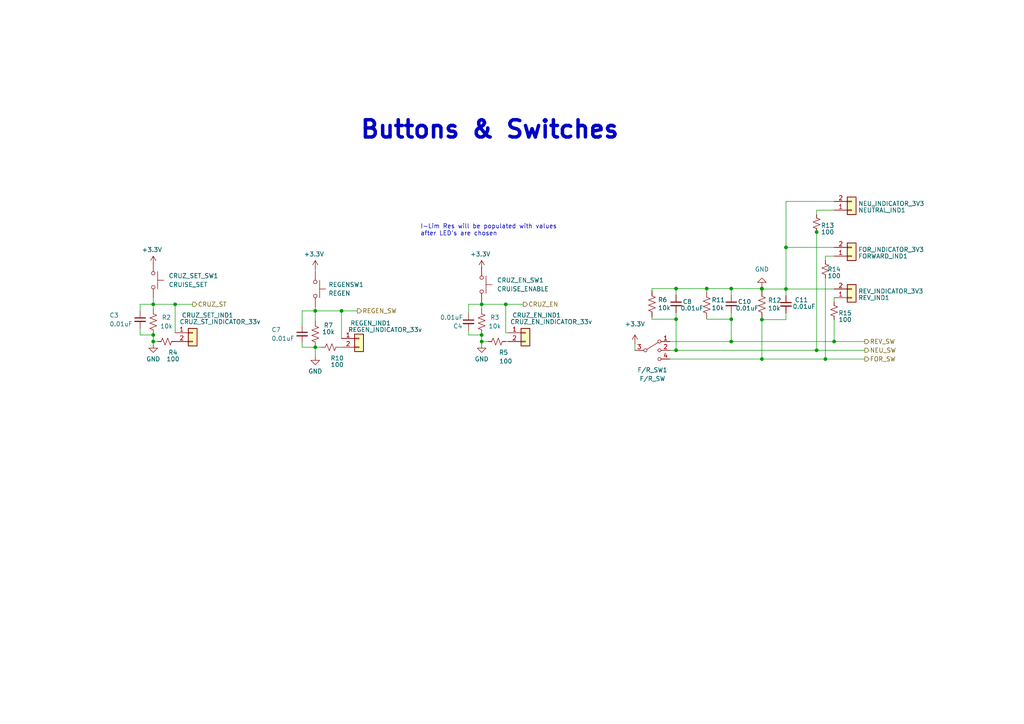
<source format=kicad_sch>
(kicad_sch (version 20230121) (generator eeschema)

  (uuid 82c9f571-c3c4-4742-b982-8dc9b142c5fd)

  (paper "A4")

  (lib_symbols
    (symbol "Connector_Generic:Conn_01x02" (pin_names (offset 1.016) hide) (in_bom yes) (on_board yes)
      (property "Reference" "J" (at 0 2.54 0)
        (effects (font (size 1.27 1.27)))
      )
      (property "Value" "Conn_01x02" (at 0 -5.08 0)
        (effects (font (size 1.27 1.27)))
      )
      (property "Footprint" "" (at 0 0 0)
        (effects (font (size 1.27 1.27)) hide)
      )
      (property "Datasheet" "~" (at 0 0 0)
        (effects (font (size 1.27 1.27)) hide)
      )
      (property "ki_keywords" "connector" (at 0 0 0)
        (effects (font (size 1.27 1.27)) hide)
      )
      (property "ki_description" "Generic connector, single row, 01x02, script generated (kicad-library-utils/schlib/autogen/connector/)" (at 0 0 0)
        (effects (font (size 1.27 1.27)) hide)
      )
      (property "ki_fp_filters" "Connector*:*_1x??_*" (at 0 0 0)
        (effects (font (size 1.27 1.27)) hide)
      )
      (symbol "Conn_01x02_1_1"
        (rectangle (start -1.27 -2.413) (end 0 -2.667)
          (stroke (width 0.1524) (type default))
          (fill (type none))
        )
        (rectangle (start -1.27 0.127) (end 0 -0.127)
          (stroke (width 0.1524) (type default))
          (fill (type none))
        )
        (rectangle (start -1.27 1.27) (end 1.27 -3.81)
          (stroke (width 0.254) (type default))
          (fill (type background))
        )
        (pin passive line (at -5.08 0 0) (length 3.81)
          (name "Pin_1" (effects (font (size 1.27 1.27))))
          (number "1" (effects (font (size 1.27 1.27))))
        )
        (pin passive line (at -5.08 -2.54 0) (length 3.81)
          (name "Pin_2" (effects (font (size 1.27 1.27))))
          (number "2" (effects (font (size 1.27 1.27))))
        )
      )
    )
    (symbol "Device:C_Small" (pin_numbers hide) (pin_names (offset 0.254) hide) (in_bom yes) (on_board yes)
      (property "Reference" "C" (at 0.254 1.778 0)
        (effects (font (size 1.27 1.27)) (justify left))
      )
      (property "Value" "C_Small" (at 0.254 -2.032 0)
        (effects (font (size 1.27 1.27)) (justify left))
      )
      (property "Footprint" "" (at 0 0 0)
        (effects (font (size 1.27 1.27)) hide)
      )
      (property "Datasheet" "~" (at 0 0 0)
        (effects (font (size 1.27 1.27)) hide)
      )
      (property "ki_keywords" "capacitor cap" (at 0 0 0)
        (effects (font (size 1.27 1.27)) hide)
      )
      (property "ki_description" "Unpolarized capacitor, small symbol" (at 0 0 0)
        (effects (font (size 1.27 1.27)) hide)
      )
      (property "ki_fp_filters" "C_*" (at 0 0 0)
        (effects (font (size 1.27 1.27)) hide)
      )
      (symbol "C_Small_0_1"
        (polyline
          (pts
            (xy -1.524 -0.508)
            (xy 1.524 -0.508)
          )
          (stroke (width 0.3302) (type default))
          (fill (type none))
        )
        (polyline
          (pts
            (xy -1.524 0.508)
            (xy 1.524 0.508)
          )
          (stroke (width 0.3048) (type default))
          (fill (type none))
        )
      )
      (symbol "C_Small_1_1"
        (pin passive line (at 0 2.54 270) (length 2.032)
          (name "~" (effects (font (size 1.27 1.27))))
          (number "1" (effects (font (size 1.27 1.27))))
        )
        (pin passive line (at 0 -2.54 90) (length 2.032)
          (name "~" (effects (font (size 1.27 1.27))))
          (number "2" (effects (font (size 1.27 1.27))))
        )
      )
    )
    (symbol "Device:R_Small_US" (pin_numbers hide) (pin_names (offset 0.254) hide) (in_bom yes) (on_board yes)
      (property "Reference" "R" (at 0.762 0.508 0)
        (effects (font (size 1.27 1.27)) (justify left))
      )
      (property "Value" "R_Small_US" (at 0.762 -1.016 0)
        (effects (font (size 1.27 1.27)) (justify left))
      )
      (property "Footprint" "" (at 0 0 0)
        (effects (font (size 1.27 1.27)) hide)
      )
      (property "Datasheet" "~" (at 0 0 0)
        (effects (font (size 1.27 1.27)) hide)
      )
      (property "ki_keywords" "r resistor" (at 0 0 0)
        (effects (font (size 1.27 1.27)) hide)
      )
      (property "ki_description" "Resistor, small US symbol" (at 0 0 0)
        (effects (font (size 1.27 1.27)) hide)
      )
      (property "ki_fp_filters" "R_*" (at 0 0 0)
        (effects (font (size 1.27 1.27)) hide)
      )
      (symbol "R_Small_US_1_1"
        (polyline
          (pts
            (xy 0 0)
            (xy 1.016 -0.381)
            (xy 0 -0.762)
            (xy -1.016 -1.143)
            (xy 0 -1.524)
          )
          (stroke (width 0) (type default))
          (fill (type none))
        )
        (polyline
          (pts
            (xy 0 1.524)
            (xy 1.016 1.143)
            (xy 0 0.762)
            (xy -1.016 0.381)
            (xy 0 0)
          )
          (stroke (width 0) (type default))
          (fill (type none))
        )
        (pin passive line (at 0 2.54 270) (length 1.016)
          (name "~" (effects (font (size 1.27 1.27))))
          (number "1" (effects (font (size 1.27 1.27))))
        )
        (pin passive line (at 0 -2.54 90) (length 1.016)
          (name "~" (effects (font (size 1.27 1.27))))
          (number "2" (effects (font (size 1.27 1.27))))
        )
      )
    )
    (symbol "Device:R_US" (pin_numbers hide) (pin_names (offset 0)) (in_bom yes) (on_board yes)
      (property "Reference" "R" (at 2.54 0 90)
        (effects (font (size 1.27 1.27)))
      )
      (property "Value" "R_US" (at -2.54 0 90)
        (effects (font (size 1.27 1.27)))
      )
      (property "Footprint" "" (at 1.016 -0.254 90)
        (effects (font (size 1.27 1.27)) hide)
      )
      (property "Datasheet" "~" (at 0 0 0)
        (effects (font (size 1.27 1.27)) hide)
      )
      (property "ki_keywords" "R res resistor" (at 0 0 0)
        (effects (font (size 1.27 1.27)) hide)
      )
      (property "ki_description" "Resistor, US symbol" (at 0 0 0)
        (effects (font (size 1.27 1.27)) hide)
      )
      (property "ki_fp_filters" "R_*" (at 0 0 0)
        (effects (font (size 1.27 1.27)) hide)
      )
      (symbol "R_US_0_1"
        (polyline
          (pts
            (xy 0 -2.286)
            (xy 0 -2.54)
          )
          (stroke (width 0) (type default))
          (fill (type none))
        )
        (polyline
          (pts
            (xy 0 2.286)
            (xy 0 2.54)
          )
          (stroke (width 0) (type default))
          (fill (type none))
        )
        (polyline
          (pts
            (xy 0 -0.762)
            (xy 1.016 -1.143)
            (xy 0 -1.524)
            (xy -1.016 -1.905)
            (xy 0 -2.286)
          )
          (stroke (width 0) (type default))
          (fill (type none))
        )
        (polyline
          (pts
            (xy 0 0.762)
            (xy 1.016 0.381)
            (xy 0 0)
            (xy -1.016 -0.381)
            (xy 0 -0.762)
          )
          (stroke (width 0) (type default))
          (fill (type none))
        )
        (polyline
          (pts
            (xy 0 2.286)
            (xy 1.016 1.905)
            (xy 0 1.524)
            (xy -1.016 1.143)
            (xy 0 0.762)
          )
          (stroke (width 0) (type default))
          (fill (type none))
        )
      )
      (symbol "R_US_1_1"
        (pin passive line (at 0 3.81 270) (length 1.27)
          (name "~" (effects (font (size 1.27 1.27))))
          (number "1" (effects (font (size 1.27 1.27))))
        )
        (pin passive line (at 0 -3.81 90) (length 1.27)
          (name "~" (effects (font (size 1.27 1.27))))
          (number "2" (effects (font (size 1.27 1.27))))
        )
      )
    )
    (symbol "Switch:SW_Push" (pin_numbers hide) (pin_names (offset 1.016) hide) (in_bom yes) (on_board yes)
      (property "Reference" "SW" (at 1.27 2.54 0)
        (effects (font (size 1.27 1.27)) (justify left))
      )
      (property "Value" "SW_Push" (at 0 -1.524 0)
        (effects (font (size 1.27 1.27)))
      )
      (property "Footprint" "" (at 0 5.08 0)
        (effects (font (size 1.27 1.27)) hide)
      )
      (property "Datasheet" "~" (at 0 5.08 0)
        (effects (font (size 1.27 1.27)) hide)
      )
      (property "ki_keywords" "switch normally-open pushbutton push-button" (at 0 0 0)
        (effects (font (size 1.27 1.27)) hide)
      )
      (property "ki_description" "Push button switch, generic, two pins" (at 0 0 0)
        (effects (font (size 1.27 1.27)) hide)
      )
      (symbol "SW_Push_0_1"
        (circle (center -2.032 0) (radius 0.508)
          (stroke (width 0) (type default))
          (fill (type none))
        )
        (polyline
          (pts
            (xy 0 1.27)
            (xy 0 3.048)
          )
          (stroke (width 0) (type default))
          (fill (type none))
        )
        (polyline
          (pts
            (xy 2.54 1.27)
            (xy -2.54 1.27)
          )
          (stroke (width 0) (type default))
          (fill (type none))
        )
        (circle (center 2.032 0) (radius 0.508)
          (stroke (width 0) (type default))
          (fill (type none))
        )
        (pin passive line (at -5.08 0 0) (length 2.54)
          (name "1" (effects (font (size 1.27 1.27))))
          (number "1" (effects (font (size 1.27 1.27))))
        )
        (pin passive line (at 5.08 0 180) (length 2.54)
          (name "2" (effects (font (size 1.27 1.27))))
          (number "2" (effects (font (size 1.27 1.27))))
        )
      )
    )
    (symbol "Switch:SW_SP3T" (pin_names (offset 0) hide) (in_bom yes) (on_board yes)
      (property "Reference" "SW" (at 0 5.08 0)
        (effects (font (size 1.27 1.27)))
      )
      (property "Value" "SW_SP3T" (at 0 -5.08 0)
        (effects (font (size 1.27 1.27)))
      )
      (property "Footprint" "" (at -15.875 4.445 0)
        (effects (font (size 1.27 1.27)) hide)
      )
      (property "Datasheet" "~" (at -15.875 4.445 0)
        (effects (font (size 1.27 1.27)) hide)
      )
      (property "ki_keywords" "switch sp3t ON-ON-ON" (at 0 0 0)
        (effects (font (size 1.27 1.27)) hide)
      )
      (property "ki_description" "Switch, three position, single pole triple throw, 3 position switch, SP3T" (at 0 0 0)
        (effects (font (size 1.27 1.27)) hide)
      )
      (property "ki_fp_filters" "SW* SP3T*" (at 0 0 0)
        (effects (font (size 1.27 1.27)) hide)
      )
      (symbol "SW_SP3T_0_1"
        (circle (center -2.032 0) (radius 0.4572)
          (stroke (width 0) (type default))
          (fill (type none))
        )
        (polyline
          (pts
            (xy -1.651 0.254)
            (xy 1.651 2.286)
          )
          (stroke (width 0) (type default))
          (fill (type none))
        )
        (circle (center 2.032 -2.54) (radius 0.4572)
          (stroke (width 0) (type default))
          (fill (type none))
        )
        (circle (center 2.032 0) (radius 0.4572)
          (stroke (width 0) (type default))
          (fill (type none))
        )
        (circle (center 2.032 2.54) (radius 0.4572)
          (stroke (width 0) (type default))
          (fill (type none))
        )
      )
      (symbol "SW_SP3T_1_1"
        (pin passive line (at 5.08 2.54 180) (length 2.54)
          (name "1" (effects (font (size 1.27 1.27))))
          (number "1" (effects (font (size 1.27 1.27))))
        )
        (pin passive line (at 5.08 0 180) (length 2.54)
          (name "2" (effects (font (size 1.27 1.27))))
          (number "2" (effects (font (size 1.27 1.27))))
        )
        (pin passive line (at -5.08 0 0) (length 2.54)
          (name "3" (effects (font (size 1.27 1.27))))
          (number "3" (effects (font (size 1.27 1.27))))
        )
        (pin passive line (at 5.08 -2.54 180) (length 2.54)
          (name "4" (effects (font (size 1.27 1.27))))
          (number "4" (effects (font (size 1.27 1.27))))
        )
      )
    )
    (symbol "power:+3.3V" (power) (pin_names (offset 0)) (in_bom yes) (on_board yes)
      (property "Reference" "#PWR" (at 0 -3.81 0)
        (effects (font (size 1.27 1.27)) hide)
      )
      (property "Value" "+3.3V" (at 0 3.556 0)
        (effects (font (size 1.27 1.27)))
      )
      (property "Footprint" "" (at 0 0 0)
        (effects (font (size 1.27 1.27)) hide)
      )
      (property "Datasheet" "" (at 0 0 0)
        (effects (font (size 1.27 1.27)) hide)
      )
      (property "ki_keywords" "power-flag" (at 0 0 0)
        (effects (font (size 1.27 1.27)) hide)
      )
      (property "ki_description" "Power symbol creates a global label with name \"+3.3V\"" (at 0 0 0)
        (effects (font (size 1.27 1.27)) hide)
      )
      (symbol "+3.3V_0_1"
        (polyline
          (pts
            (xy -0.762 1.27)
            (xy 0 2.54)
          )
          (stroke (width 0) (type default))
          (fill (type none))
        )
        (polyline
          (pts
            (xy 0 0)
            (xy 0 2.54)
          )
          (stroke (width 0) (type default))
          (fill (type none))
        )
        (polyline
          (pts
            (xy 0 2.54)
            (xy 0.762 1.27)
          )
          (stroke (width 0) (type default))
          (fill (type none))
        )
      )
      (symbol "+3.3V_1_1"
        (pin power_in line (at 0 0 90) (length 0) hide
          (name "+3.3V" (effects (font (size 1.27 1.27))))
          (number "1" (effects (font (size 1.27 1.27))))
        )
      )
    )
    (symbol "power:GND" (power) (pin_names (offset 0)) (in_bom yes) (on_board yes)
      (property "Reference" "#PWR" (at 0 -6.35 0)
        (effects (font (size 1.27 1.27)) hide)
      )
      (property "Value" "GND" (at 0 -3.81 0)
        (effects (font (size 1.27 1.27)))
      )
      (property "Footprint" "" (at 0 0 0)
        (effects (font (size 1.27 1.27)) hide)
      )
      (property "Datasheet" "" (at 0 0 0)
        (effects (font (size 1.27 1.27)) hide)
      )
      (property "ki_keywords" "power-flag" (at 0 0 0)
        (effects (font (size 1.27 1.27)) hide)
      )
      (property "ki_description" "Power symbol creates a global label with name \"GND\" , ground" (at 0 0 0)
        (effects (font (size 1.27 1.27)) hide)
      )
      (symbol "GND_0_1"
        (polyline
          (pts
            (xy 0 0)
            (xy 0 -1.27)
            (xy 1.27 -1.27)
            (xy 0 -2.54)
            (xy -1.27 -1.27)
            (xy 0 -1.27)
          )
          (stroke (width 0) (type default))
          (fill (type none))
        )
      )
      (symbol "GND_1_1"
        (pin power_in line (at 0 0 270) (length 0) hide
          (name "GND" (effects (font (size 1.27 1.27))))
          (number "1" (effects (font (size 1.27 1.27))))
        )
      )
    )
  )

  (junction (at 220.98 92.71) (diameter 0) (color 0 0 0 0)
    (uuid 0803ecff-cccd-4051-84d9-a1beaa000404)
  )
  (junction (at 239.395 104.14) (diameter 0) (color 0 0 0 0)
    (uuid 1ba19d58-7a53-4e59-8e83-01a97af848bb)
  )
  (junction (at 196.088 101.6) (diameter 0) (color 0 0 0 0)
    (uuid 22c40a9b-73a1-44e4-b359-e5685a814844)
  )
  (junction (at 212.09 92.583) (diameter 0) (color 0 0 0 0)
    (uuid 235657a0-35c1-4f54-bd69-4bf1cfe93aa9)
  )
  (junction (at 91.44 90.17) (diameter 0) (color 0 0 0 0)
    (uuid 31120289-3572-4e34-8f23-ee574a846411)
  )
  (junction (at 139.7 99.06) (diameter 0) (color 0 0 0 0)
    (uuid 32091c69-0d59-491b-88a9-61e805f4d246)
  )
  (junction (at 227.965 71.755) (diameter 0) (color 0 0 0 0)
    (uuid 3d07fd94-53f8-49ed-98ee-aac4a4962aa7)
  )
  (junction (at 227.965 83.82) (diameter 0) (color 0 0 0 0)
    (uuid 3f2601a3-5fc0-4c2c-8442-80c5f23141d7)
  )
  (junction (at 241.935 99.06) (diameter 0) (color 0 0 0 0)
    (uuid 4d2a7c9d-5b2c-4fdb-9d17-17d416c2f903)
  )
  (junction (at 236.855 101.6) (diameter 0) (color 0 0 0 0)
    (uuid 5e1b903a-19e3-48e3-bbf7-93d03f4371dd)
  )
  (junction (at 220.98 104.14) (diameter 0) (color 0 0 0 0)
    (uuid 5f28d81e-5186-4877-9c6f-38f4c855696c)
  )
  (junction (at 99.06 90.17) (diameter 0) (color 0 0 0 0)
    (uuid 709b34b0-de0a-44d2-bf62-b0e4b00c2a2d)
  )
  (junction (at 196.088 92.583) (diameter 0) (color 0 0 0 0)
    (uuid 73474ee0-3ac9-43ad-b16c-d06d7713f231)
  )
  (junction (at 212.09 99.06) (diameter 0) (color 0 0 0 0)
    (uuid 7651ca19-e8dd-4ff4-8dd3-abe571fe4d96)
  )
  (junction (at 139.7 97.155) (diameter 0) (color 0 0 0 0)
    (uuid 84dd827a-36f6-41c8-8919-8ecb14e6a6bb)
  )
  (junction (at 91.44 100.711) (diameter 0) (color 0 0 0 0)
    (uuid 86381be0-fb54-4393-971e-e8d659e49525)
  )
  (junction (at 236.855 67.31) (diameter 0) (color 0 0 0 0)
    (uuid 8db83630-502b-457a-9f99-b27d058d8ade)
  )
  (junction (at 44.45 97.155) (diameter 0) (color 0 0 0 0)
    (uuid 93d5b52b-192b-465b-a533-a0ce1eea233c)
  )
  (junction (at 220.98 83.693) (diameter 0) (color 0 0 0 0)
    (uuid 944a51d2-d4c8-4e95-a2b5-837fd5ab74cf)
  )
  (junction (at 220.98 83.82) (diameter 0) (color 0 0 0 0)
    (uuid 944b4750-d893-4779-a73c-8b6388e81012)
  )
  (junction (at 146.685 88.265) (diameter 0) (color 0 0 0 0)
    (uuid 9541d67e-e4db-4ae9-9ba1-d895d625184a)
  )
  (junction (at 139.7 88.265) (diameter 0) (color 0 0 0 0)
    (uuid 97ca5364-5ec0-4b30-9986-517e594d6325)
  )
  (junction (at 196.088 83.693) (diameter 0) (color 0 0 0 0)
    (uuid 983a34d8-267a-4d69-be9b-6cc8e108d5f3)
  )
  (junction (at 44.45 99.06) (diameter 0) (color 0 0 0 0)
    (uuid 986561f2-e796-4d61-bd9c-3dc7e3904eb7)
  )
  (junction (at 50.8 88.265) (diameter 0) (color 0 0 0 0)
    (uuid a152fda6-b6aa-4044-b151-b48dc5d4520d)
  )
  (junction (at 212.09 83.693) (diameter 0) (color 0 0 0 0)
    (uuid abcfba38-ba55-4ae9-8bf8-0e2e95861e78)
  )
  (junction (at 44.45 88.265) (diameter 0) (color 0 0 0 0)
    (uuid b84bb004-7666-46cd-9e28-eae4b0fd1865)
  )
  (junction (at 204.978 83.693) (diameter 0) (color 0 0 0 0)
    (uuid be5f63ce-26ad-408b-b5d6-8bb3aeaf5fc3)
  )

  (wire (pts (xy 44.45 89.535) (xy 44.45 88.265))
    (stroke (width 0) (type default))
    (uuid 041c299c-b45a-4cc0-9d34-812f0a127612)
  )
  (wire (pts (xy 196.088 90.678) (xy 196.088 92.583))
    (stroke (width 0) (type default))
    (uuid 045c6877-239a-4b2a-8845-087e25a98318)
  )
  (wire (pts (xy 194.31 99.06) (xy 212.09 99.06))
    (stroke (width 0) (type default))
    (uuid 04959776-b16d-4243-b8c9-f9d33e81e8c6)
  )
  (wire (pts (xy 220.98 83.82) (xy 220.98 84.455))
    (stroke (width 0) (type default))
    (uuid 06b5e964-a2db-4d6c-8eb5-4a8a44d65339)
  )
  (wire (pts (xy 87.63 90.17) (xy 87.63 94.361))
    (stroke (width 0) (type default))
    (uuid 0738130c-9957-49be-9244-8f0f352de0d4)
  )
  (wire (pts (xy 135.89 88.265) (xy 139.7 88.265))
    (stroke (width 0) (type default))
    (uuid 0871ce94-59a1-400d-b71f-e06adea5c4ba)
  )
  (wire (pts (xy 40.64 95.25) (xy 40.64 97.155))
    (stroke (width 0) (type default))
    (uuid 0904cc8d-bb43-455f-856c-58512c11a759)
  )
  (wire (pts (xy 196.088 101.6) (xy 236.855 101.6))
    (stroke (width 0) (type default))
    (uuid 09897a4b-789c-45dd-a354-d5120f252669)
  )
  (wire (pts (xy 44.45 88.265) (xy 50.8 88.265))
    (stroke (width 0) (type default))
    (uuid 0da3b172-29d3-4383-82df-2e1dea8f18b6)
  )
  (wire (pts (xy 99.06 90.17) (xy 99.06 98.171))
    (stroke (width 0) (type default))
    (uuid 0e914e2a-04f5-466d-b9b9-9abf8c1ab6e1)
  )
  (wire (pts (xy 87.63 100.711) (xy 91.44 100.711))
    (stroke (width 0) (type default))
    (uuid 1345c465-ce01-4858-8320-57f754a745d4)
  )
  (wire (pts (xy 146.685 99.06) (xy 147.32 99.06))
    (stroke (width 0) (type default))
    (uuid 139d87b2-b225-4b61-8d31-c26ab671a622)
  )
  (wire (pts (xy 139.7 99.06) (xy 139.7 97.155))
    (stroke (width 0) (type default))
    (uuid 189d706f-a084-4fd4-9a04-864167e0228f)
  )
  (wire (pts (xy 212.09 90.678) (xy 212.09 92.583))
    (stroke (width 0) (type default))
    (uuid 25b2f8c7-7def-431d-a8a4-640b772ed373)
  )
  (wire (pts (xy 227.965 58.42) (xy 227.965 71.755))
    (stroke (width 0) (type default))
    (uuid 28274e1b-ea4c-40a5-a2e2-3506464fe7a4)
  )
  (wire (pts (xy 139.7 99.695) (xy 139.7 99.06))
    (stroke (width 0) (type default))
    (uuid 2ce20044-ff07-4c8a-bf9c-ab91229575a1)
  )
  (wire (pts (xy 44.45 76.2) (xy 44.45 76.835))
    (stroke (width 0) (type default))
    (uuid 2d932c74-ccfc-427c-b1a0-aa4192b55472)
  )
  (wire (pts (xy 196.088 92.583) (xy 196.088 101.6))
    (stroke (width 0) (type default))
    (uuid 2f1b3525-8bb2-4bae-b1d4-91f1c8f3fef8)
  )
  (wire (pts (xy 239.395 74.295) (xy 239.395 75.565))
    (stroke (width 0) (type default))
    (uuid 3165b8b7-315a-4fbc-b75d-0f289ff2ce17)
  )
  (wire (pts (xy 227.965 71.755) (xy 241.935 71.755))
    (stroke (width 0) (type default))
    (uuid 33868d70-fd32-4ab9-993f-b009c2267c70)
  )
  (wire (pts (xy 204.978 83.693) (xy 212.09 83.693))
    (stroke (width 0) (type default))
    (uuid 41ebdbf0-1c95-4fdb-931c-cf37a0df2632)
  )
  (wire (pts (xy 146.685 88.265) (xy 146.685 96.52))
    (stroke (width 0) (type default))
    (uuid 44c55d1a-9e70-41a8-8b54-7a4c1754d8b4)
  )
  (wire (pts (xy 189.103 83.693) (xy 196.088 83.693))
    (stroke (width 0) (type default))
    (uuid 482f8903-4c4f-4ada-b6f2-dc5ceb1e74b2)
  )
  (wire (pts (xy 220.98 92.71) (xy 220.98 104.14))
    (stroke (width 0) (type default))
    (uuid 4865e21b-80e4-4c24-af91-eddcea931374)
  )
  (wire (pts (xy 220.98 104.14) (xy 239.395 104.14))
    (stroke (width 0) (type default))
    (uuid 4965a1c3-b16d-41e9-b04c-31e2923abb9e)
  )
  (wire (pts (xy 241.935 92.71) (xy 241.935 99.06))
    (stroke (width 0) (type default))
    (uuid 536baf61-b325-4350-b8b4-27f9e6a1c93b)
  )
  (wire (pts (xy 220.98 92.71) (xy 227.965 92.71))
    (stroke (width 0) (type default))
    (uuid 5431cc88-0f5a-4592-9c5a-9ff50cdfdbc1)
  )
  (wire (pts (xy 220.98 92.075) (xy 220.98 92.71))
    (stroke (width 0) (type default))
    (uuid 57f67473-9379-4cd0-835c-b9edda9c9a40)
  )
  (wire (pts (xy 139.7 99.06) (xy 141.605 99.06))
    (stroke (width 0) (type default))
    (uuid 58cdba6b-decf-47b9-936e-3a45c6502935)
  )
  (wire (pts (xy 227.965 90.805) (xy 227.965 92.71))
    (stroke (width 0) (type default))
    (uuid 594780b6-45cd-4f31-a90b-0052ce28ab5b)
  )
  (wire (pts (xy 99.06 90.17) (xy 103.632 90.17))
    (stroke (width 0) (type default))
    (uuid 5a9aee9d-49a3-46a4-a9a2-ddc271f31983)
  )
  (wire (pts (xy 44.45 99.06) (xy 44.45 99.695))
    (stroke (width 0) (type default))
    (uuid 5d1e1fed-1a61-4c77-ad3a-683d0a66e7bd)
  )
  (wire (pts (xy 45.72 99.06) (xy 44.45 99.06))
    (stroke (width 0) (type default))
    (uuid 5e7531d2-c246-48fa-9f96-3a3b639752e1)
  )
  (wire (pts (xy 194.31 104.14) (xy 220.98 104.14))
    (stroke (width 0) (type default))
    (uuid 60455c10-c7cf-47e2-ac82-0931f8368ce6)
  )
  (wire (pts (xy 212.09 99.06) (xy 241.935 99.06))
    (stroke (width 0) (type default))
    (uuid 60dff9f8-23b3-405b-b85c-dc5a634005eb)
  )
  (wire (pts (xy 44.45 97.155) (xy 44.45 99.06))
    (stroke (width 0) (type default))
    (uuid 645d8245-f5cc-4b76-9484-bdce3f49e74d)
  )
  (wire (pts (xy 227.965 83.82) (xy 241.935 83.82))
    (stroke (width 0) (type default))
    (uuid 64b770a7-49ff-449e-8ce0-cc325fdd0410)
  )
  (wire (pts (xy 212.09 83.693) (xy 220.98 83.693))
    (stroke (width 0) (type default))
    (uuid 65fb1cc0-860f-4078-9a46-259cba012b92)
  )
  (wire (pts (xy 87.63 99.441) (xy 87.63 100.711))
    (stroke (width 0) (type default))
    (uuid 68263374-5f96-4db5-87be-f0e955dbf91c)
  )
  (wire (pts (xy 236.855 60.96) (xy 236.855 62.23))
    (stroke (width 0) (type default))
    (uuid 685e1880-6191-471b-8628-3458e43014b7)
  )
  (wire (pts (xy 146.685 88.265) (xy 151.765 88.265))
    (stroke (width 0) (type default))
    (uuid 72b174b0-4d79-444a-902b-84eee4a303d6)
  )
  (wire (pts (xy 212.09 92.583) (xy 212.09 99.06))
    (stroke (width 0) (type default))
    (uuid 72f6036c-7e62-4367-8b13-4381b91f0397)
  )
  (wire (pts (xy 196.088 83.693) (xy 204.978 83.693))
    (stroke (width 0) (type default))
    (uuid 746ab135-ccb7-46a4-a95a-1df4577a33b4)
  )
  (wire (pts (xy 220.98 83.693) (xy 220.98 83.82))
    (stroke (width 0) (type default))
    (uuid 757fa668-39ae-4be7-9353-bbc8ea075987)
  )
  (wire (pts (xy 204.978 92.329) (xy 204.978 92.583))
    (stroke (width 0) (type default))
    (uuid 7b967637-89a0-4f73-8624-1926cf611cf7)
  )
  (wire (pts (xy 204.978 92.583) (xy 212.09 92.583))
    (stroke (width 0) (type default))
    (uuid 7d917eea-0c7b-4857-a543-dc631ab062db)
  )
  (wire (pts (xy 236.855 67.31) (xy 236.855 101.6))
    (stroke (width 0) (type default))
    (uuid 7f0c06a5-a2ed-427c-bdf7-1429e7bbd8b0)
  )
  (wire (pts (xy 40.64 88.265) (xy 44.45 88.265))
    (stroke (width 0) (type default))
    (uuid 84c7ca1b-9ae8-4709-a163-c1dba8074008)
  )
  (wire (pts (xy 135.89 95.885) (xy 135.89 97.155))
    (stroke (width 0) (type default))
    (uuid 87cd32d1-8186-4631-8d47-a37c8b42ec42)
  )
  (wire (pts (xy 189.103 91.948) (xy 189.103 92.583))
    (stroke (width 0) (type default))
    (uuid 8c625421-082f-4c61-a6f0-819216303851)
  )
  (wire (pts (xy 239.395 104.14) (xy 250.825 104.14))
    (stroke (width 0) (type default))
    (uuid 8c9093ae-2401-4920-92d1-cf87f2a29317)
  )
  (wire (pts (xy 44.45 88.265) (xy 44.45 86.36))
    (stroke (width 0) (type default))
    (uuid 92713b08-91ec-4a07-b213-c3edff99e084)
  )
  (wire (pts (xy 241.935 58.42) (xy 227.965 58.42))
    (stroke (width 0) (type default))
    (uuid 92f95096-ae63-42eb-a3ab-80eb7778e4fb)
  )
  (wire (pts (xy 227.965 71.755) (xy 227.965 83.82))
    (stroke (width 0) (type default))
    (uuid 92fa13c7-d01e-4a4e-945f-32c62b6b0675)
  )
  (wire (pts (xy 50.8 88.265) (xy 50.8 96.52))
    (stroke (width 0) (type default))
    (uuid 954a3bb1-bf78-49c9-a84d-4b60de84216c)
  )
  (wire (pts (xy 139.7 89.535) (xy 139.7 88.265))
    (stroke (width 0) (type default))
    (uuid 95e27e18-cb91-44da-a35c-d8bb34483e32)
  )
  (wire (pts (xy 146.685 96.52) (xy 147.32 96.52))
    (stroke (width 0) (type default))
    (uuid 9642cdd9-400f-4d14-a65c-7322d93e280d)
  )
  (wire (pts (xy 196.088 83.693) (xy 196.088 85.598))
    (stroke (width 0) (type default))
    (uuid 96c6185f-11ae-477f-8faa-751f7a196184)
  )
  (wire (pts (xy 139.7 88.265) (xy 146.685 88.265))
    (stroke (width 0) (type default))
    (uuid 9738c334-4f6b-48e6-904a-43682cc3cd32)
  )
  (wire (pts (xy 91.44 78.74) (xy 91.44 78.105))
    (stroke (width 0) (type default))
    (uuid 9a9a05a5-cd35-42fc-98b4-2d797e7079a3)
  )
  (wire (pts (xy 220.98 83.82) (xy 227.965 83.82))
    (stroke (width 0) (type default))
    (uuid 9db523cb-05b6-4cb8-b501-8574a031aa4d)
  )
  (wire (pts (xy 40.64 97.155) (xy 44.45 97.155))
    (stroke (width 0) (type default))
    (uuid 9e7fbaa3-d836-4b41-a37a-32a96ed9d7ba)
  )
  (wire (pts (xy 236.855 101.6) (xy 250.825 101.6))
    (stroke (width 0) (type default))
    (uuid a104feb9-e5d1-4868-a64e-c60bee18da78)
  )
  (wire (pts (xy 239.395 80.645) (xy 239.395 104.14))
    (stroke (width 0) (type default))
    (uuid a353632e-3f62-4c33-b279-d38076622897)
  )
  (wire (pts (xy 241.935 74.295) (xy 239.395 74.295))
    (stroke (width 0) (type default))
    (uuid a612d950-8193-4940-90a3-eaa815f7ba7b)
  )
  (wire (pts (xy 91.44 90.17) (xy 91.44 93.091))
    (stroke (width 0) (type default))
    (uuid a6a3ad46-a797-4aa6-ad07-3e6f6b9260ce)
  )
  (wire (pts (xy 241.935 86.36) (xy 241.935 87.63))
    (stroke (width 0) (type default))
    (uuid a72ad796-4460-47b4-8a55-e20b93b19bbc)
  )
  (wire (pts (xy 241.935 60.96) (xy 236.855 60.96))
    (stroke (width 0) (type default))
    (uuid ad94a3f8-47c2-49b4-a455-8a7c15c6bb6f)
  )
  (wire (pts (xy 91.44 88.9) (xy 91.44 90.17))
    (stroke (width 0) (type default))
    (uuid ae2b5bd1-c878-4c1c-ad86-72af5f0b34dd)
  )
  (wire (pts (xy 189.103 92.583) (xy 196.088 92.583))
    (stroke (width 0) (type default))
    (uuid b233cfbf-b39f-4091-8d85-eba6cb7dc1fb)
  )
  (wire (pts (xy 40.64 90.17) (xy 40.64 88.265))
    (stroke (width 0) (type default))
    (uuid b72d90be-2c9b-4088-aee4-d296cde32937)
  )
  (wire (pts (xy 196.088 101.6) (xy 194.31 101.6))
    (stroke (width 0) (type default))
    (uuid bb16ce0c-e0bf-4f1a-92fc-88ae3aa7b886)
  )
  (wire (pts (xy 139.7 77.47) (xy 139.7 78.105))
    (stroke (width 0) (type default))
    (uuid bc7538e3-127d-42ca-9d0f-5e0abebdac31)
  )
  (wire (pts (xy 241.935 99.06) (xy 250.825 99.06))
    (stroke (width 0) (type default))
    (uuid c32fc310-cc96-46d5-8526-d2470db84b95)
  )
  (wire (pts (xy 227.965 83.82) (xy 227.965 85.725))
    (stroke (width 0) (type default))
    (uuid c5ee622b-77d1-409f-bef6-74577caea80e)
  )
  (wire (pts (xy 212.09 83.693) (xy 212.09 85.598))
    (stroke (width 0) (type default))
    (uuid c892b925-ae57-4f5c-9075-8ead50471612)
  )
  (wire (pts (xy 189.103 83.693) (xy 189.103 84.328))
    (stroke (width 0) (type default))
    (uuid cd9c5257-1ecc-440b-ab27-c1ff5eb69231)
  )
  (wire (pts (xy 135.89 97.155) (xy 139.7 97.155))
    (stroke (width 0) (type default))
    (uuid cf9fa64e-b15d-4643-b3df-2168c0652c3f)
  )
  (wire (pts (xy 91.44 100.711) (xy 91.44 103.251))
    (stroke (width 0) (type default))
    (uuid d1a8959c-00b1-4673-b91e-6ee7b362ea7e)
  )
  (wire (pts (xy 139.7 87.63) (xy 139.7 88.265))
    (stroke (width 0) (type default))
    (uuid d736097f-835b-4949-840e-989ee9379e9e)
  )
  (wire (pts (xy 98.425 100.711) (xy 99.06 100.711))
    (stroke (width 0) (type default))
    (uuid dd9c257e-d8aa-4251-84e7-712a2c0a0b28)
  )
  (wire (pts (xy 50.8 88.265) (xy 55.88 88.265))
    (stroke (width 0) (type default))
    (uuid e7b1f3d7-d1b9-48f5-9fb9-b80da2c2cd61)
  )
  (wire (pts (xy 184.15 101.6) (xy 184.15 99.695))
    (stroke (width 0) (type default))
    (uuid e800334f-8a78-4095-871c-f7c596393cab)
  )
  (wire (pts (xy 220.98 83.185) (xy 220.98 83.693))
    (stroke (width 0) (type default))
    (uuid ef2daa46-dd25-4885-9009-52966f734114)
  )
  (wire (pts (xy 135.89 88.265) (xy 135.89 90.805))
    (stroke (width 0) (type default))
    (uuid efe1de59-a3f6-4e32-85ba-9387220b1dfc)
  )
  (wire (pts (xy 87.63 90.17) (xy 91.44 90.17))
    (stroke (width 0) (type default))
    (uuid f0f6e7e1-5d14-4230-ac42-295e2d06c416)
  )
  (wire (pts (xy 91.44 90.17) (xy 99.06 90.17))
    (stroke (width 0) (type default))
    (uuid f3e08032-404d-44d2-8502-a726d0a6a68d)
  )
  (wire (pts (xy 204.978 83.693) (xy 204.978 84.709))
    (stroke (width 0) (type default))
    (uuid f6eec0ea-6f0d-441a-ba1b-23f1e061293a)
  )
  (wire (pts (xy 236.855 66.675) (xy 236.855 67.31))
    (stroke (width 0) (type default))
    (uuid fb82d358-e58c-414f-92fc-11c7b149b4ce)
  )
  (wire (pts (xy 91.44 100.711) (xy 93.345 100.711))
    (stroke (width 0) (type default))
    (uuid fc559fcb-219d-40c7-8d10-efb8d9d935f9)
  )

  (text "I-Lim Res will be populated with values\nafter LED's are chosen"
    (at 121.92 68.58 0)
    (effects (font (size 1.27 1.27)) (justify left bottom))
    (uuid 08aaeee2-5d43-4b07-896d-08c555a8dd9c)
  )
  (text "Buttons & Switches" (at 104.14 40.64 0)
    (effects (font (size 5 5) bold) (justify left bottom))
    (uuid 82681764-9b5c-4b4a-98a2-ebe54d2e5570)
  )

  (hierarchical_label "FOR_SW" (shape output) (at 250.825 104.14 0) (fields_autoplaced)
    (effects (font (size 1.27 1.27)) (justify left))
    (uuid 0611e5c2-5c59-48db-8442-681a724e7285)
  )
  (hierarchical_label "CRUZ_ST" (shape output) (at 55.88 88.265 0) (fields_autoplaced)
    (effects (font (size 1.27 1.27)) (justify left))
    (uuid 21deb33b-7588-4b46-bc1f-669275fab45c)
  )
  (hierarchical_label "REGEN_SW" (shape output) (at 103.632 90.17 0) (fields_autoplaced)
    (effects (font (size 1.27 1.27)) (justify left))
    (uuid 3732f6e2-4298-4461-ae74-1e73dde4fcbc)
  )
  (hierarchical_label "NEU_SW" (shape output) (at 250.825 101.6 0) (fields_autoplaced)
    (effects (font (size 1.27 1.27)) (justify left))
    (uuid f065669d-56ba-477d-906e-f1720823e6f7)
  )
  (hierarchical_label "CRUZ_EN" (shape output) (at 151.765 88.265 0) (fields_autoplaced)
    (effects (font (size 1.27 1.27)) (justify left))
    (uuid f49b4371-c1d2-46db-aa2f-655afb44a20f)
  )
  (hierarchical_label "REV_SW" (shape output) (at 250.825 99.06 0) (fields_autoplaced)
    (effects (font (size 1.27 1.27)) (justify left))
    (uuid f9f0bd3b-3296-451a-818b-cb871093e9fe)
  )

  (symbol (lib_id "Connector_Generic:Conn_01x02") (at 247.015 60.96 0) (mirror x) (unit 1)
    (in_bom yes) (on_board yes) (dnp no)
    (uuid 0944fe3c-4b6e-412a-a2e6-3bdd0eca2194)
    (property "Reference" "NEUTRAL_IND1" (at 248.92 60.96 0)
      (effects (font (size 1.27 1.27)) (justify left))
    )
    (property "Value" "NEU_INDICATOR_3V3" (at 248.92 59.055 0)
      (effects (font (size 1.27 1.27)) (justify left))
    )
    (property "Footprint" "Connector_Molex:Molex_Micro-Fit_3.0_43650-0215_1x02_P3.00mm_Vertical" (at 247.015 60.96 0)
      (effects (font (size 1.27 1.27)) hide)
    )
    (property "Datasheet" "https://www.molex.com/content/dam/molex/molex-dot-com/products/automated/en-us/productspecificationpdf/436/43650/PS-43650-001.pdf?inline" (at 247.015 60.96 0)
      (effects (font (size 1.27 1.27)) hide)
    )
    (property "P/N" "43650-0215" (at 247.015 60.96 0)
      (effects (font (size 1.27 1.27)) hide)
    )
    (pin "1" (uuid 777f959d-ac29-4a25-a4f5-15a6028f8aed))
    (pin "2" (uuid e0cdb667-9370-460a-b360-8fb4ff62a031))
    (instances
      (project "Controls-LightingPCB"
        (path "/229b82f0-5048-47d6-8bc8-0bcee42eb4bc"
          (reference "NEUTRAL_IND1") (unit 1)
        )
        (path "/229b82f0-5048-47d6-8bc8-0bcee42eb4bc/707e8be1-7b8e-48bc-ab71-a96c53f6f50a"
          (reference "NEUTRAL_IND1") (unit 1)
        )
      )
    )
  )

  (symbol (lib_id "Device:R_Small_US") (at 95.885 100.711 270) (unit 1)
    (in_bom yes) (on_board yes) (dnp no)
    (uuid 0bb6cb50-50f6-4236-b83a-1be699f91a95)
    (property "Reference" "R10" (at 97.79 103.886 90)
      (effects (font (size 1.27 1.27)))
    )
    (property "Value" "100" (at 97.79 105.791 90)
      (effects (font (size 1.27 1.27)))
    )
    (property "Footprint" "Resistor_SMD:R_0805_2012Metric" (at 95.885 100.711 0)
      (effects (font (size 1.27 1.27)) hide)
    )
    (property "Datasheet" "~" (at 95.885 100.711 0)
      (effects (font (size 1.27 1.27)) hide)
    )
    (property "P/N" "CRCW0805100RFKEAHP" (at 95.885 100.711 90)
      (effects (font (size 1.27 1.27)) hide)
    )
    (pin "1" (uuid 1470b155-ffba-4fda-9908-1164caf3deef))
    (pin "2" (uuid 590b863b-a5e6-4fae-b3cb-7367c5dd75d3))
    (instances
      (project "Controls-LightingPCB"
        (path "/229b82f0-5048-47d6-8bc8-0bcee42eb4bc"
          (reference "R10") (unit 1)
        )
        (path "/229b82f0-5048-47d6-8bc8-0bcee42eb4bc/707e8be1-7b8e-48bc-ab71-a96c53f6f50a"
          (reference "R10") (unit 1)
        )
      )
    )
  )

  (symbol (lib_id "Device:R_Small_US") (at 241.935 90.17 0) (unit 1)
    (in_bom yes) (on_board yes) (dnp no)
    (uuid 0e644c65-708f-40e5-9b3e-0695dc43ce78)
    (property "Reference" "R15" (at 245.11 90.805 0)
      (effects (font (size 1.27 1.27)))
    )
    (property "Value" "100" (at 245.11 92.71 0)
      (effects (font (size 1.27 1.27)))
    )
    (property "Footprint" "Resistor_SMD:R_0805_2012Metric" (at 241.935 90.17 0)
      (effects (font (size 1.27 1.27)) hide)
    )
    (property "Datasheet" "~" (at 241.935 90.17 0)
      (effects (font (size 1.27 1.27)) hide)
    )
    (property "P/N" "CRCW0805100RFKEAHP" (at 241.935 90.17 0)
      (effects (font (size 1.27 1.27)) hide)
    )
    (pin "1" (uuid 3904758c-4ed2-4c7f-b755-1edd7a9e17a3))
    (pin "2" (uuid 044fc543-f837-42d3-ae73-a229bb0c1ac0))
    (instances
      (project "Controls-LightingPCB"
        (path "/229b82f0-5048-47d6-8bc8-0bcee42eb4bc"
          (reference "R15") (unit 1)
        )
        (path "/229b82f0-5048-47d6-8bc8-0bcee42eb4bc/707e8be1-7b8e-48bc-ab71-a96c53f6f50a"
          (reference "R15") (unit 1)
        )
      )
    )
  )

  (symbol (lib_id "Device:C_Small") (at 227.965 88.265 0) (unit 1)
    (in_bom yes) (on_board yes) (dnp no)
    (uuid 0ed69d42-54cc-4728-983f-1fa2d822993c)
    (property "Reference" "C11" (at 230.505 86.995 0)
      (effects (font (size 1.27 1.27)) (justify left))
    )
    (property "Value" "0.01uF" (at 229.87 88.9 0)
      (effects (font (size 1.27 1.27)) (justify left))
    )
    (property "Footprint" "Capacitor_SMD:C_0805_2012Metric" (at 227.965 88.265 0)
      (effects (font (size 1.27 1.27)) hide)
    )
    (property "Datasheet" "~" (at 227.965 88.265 0)
      (effects (font (size 1.27 1.27)) hide)
    )
    (property "P/N" "C0805C103J5RACTU" (at 227.965 88.265 0)
      (effects (font (size 1.27 1.27)) hide)
    )
    (pin "1" (uuid d7b33a3e-9598-4508-8c5a-9d3af15911a4))
    (pin "2" (uuid 95e7a0d1-f483-4c2e-baa1-a0dd851ebfae))
    (instances
      (project "Controls-LightingPCB"
        (path "/229b82f0-5048-47d6-8bc8-0bcee42eb4bc"
          (reference "C11") (unit 1)
        )
        (path "/229b82f0-5048-47d6-8bc8-0bcee42eb4bc/707e8be1-7b8e-48bc-ab71-a96c53f6f50a"
          (reference "C11") (unit 1)
        )
      )
    )
  )

  (symbol (lib_id "Switch:SW_Push") (at 44.45 81.28 270) (unit 1)
    (in_bom yes) (on_board yes) (dnp no) (fields_autoplaced)
    (uuid 153019ed-4601-4121-837f-0c5167b28b79)
    (property "Reference" "CRUZ_SET_SW1" (at 48.895 80.0099 90)
      (effects (font (size 1.27 1.27)) (justify left))
    )
    (property "Value" "CRUISE_SET" (at 48.895 82.5499 90)
      (effects (font (size 1.27 1.27)) (justify left))
    )
    (property "Footprint" "Connector_Molex:Molex_Micro-Fit_3.0_43650-0215_1x02_P3.00mm_Vertical" (at 49.53 81.28 0)
      (effects (font (size 1.27 1.27)) hide)
    )
    (property "Datasheet" "https://www.molex.com/content/dam/molex/molex-dot-com/products/automated/en-us/productspecificationpdf/436/43650/PS-43650-001.pdf?inline" (at 49.53 81.28 0)
      (effects (font (size 1.27 1.27)) hide)
    )
    (property "P/N" "43650-0215" (at 44.45 81.28 90)
      (effects (font (size 1.27 1.27)) hide)
    )
    (pin "1" (uuid 2f480257-2038-46a1-b06f-3e399e57d48e))
    (pin "2" (uuid ba514c61-6923-4fe9-a265-8a0122b73916))
    (instances
      (project "Controls-LightingPCB"
        (path "/229b82f0-5048-47d6-8bc8-0bcee42eb4bc"
          (reference "CRUZ_SET_SW1") (unit 1)
        )
        (path "/229b82f0-5048-47d6-8bc8-0bcee42eb4bc/707e8be1-7b8e-48bc-ab71-a96c53f6f50a"
          (reference "CRUZ_SET_SW1") (unit 1)
        )
      )
    )
  )

  (symbol (lib_id "Device:R_Small_US") (at 144.145 99.06 270) (unit 1)
    (in_bom yes) (on_board yes) (dnp no)
    (uuid 1c976283-77fb-45d8-9766-93ff77b36f29)
    (property "Reference" "R5" (at 146.05 102.235 90)
      (effects (font (size 1.27 1.27)))
    )
    (property "Value" "100" (at 146.685 104.775 90)
      (effects (font (size 1.27 1.27)))
    )
    (property "Footprint" "Resistor_SMD:R_0805_2012Metric" (at 144.145 99.06 0)
      (effects (font (size 1.27 1.27)) hide)
    )
    (property "Datasheet" "~" (at 144.145 99.06 0)
      (effects (font (size 1.27 1.27)) hide)
    )
    (property "P/N" "CRCW0805100RFKEAHP" (at 144.145 99.06 90)
      (effects (font (size 1.27 1.27)) hide)
    )
    (pin "1" (uuid e872c275-ae98-43e5-aaa4-a67534e59af3))
    (pin "2" (uuid 01538050-171a-46c9-a8f0-f5a3b285256c))
    (instances
      (project "Controls-LightingPCB"
        (path "/229b82f0-5048-47d6-8bc8-0bcee42eb4bc"
          (reference "R5") (unit 1)
        )
        (path "/229b82f0-5048-47d6-8bc8-0bcee42eb4bc/707e8be1-7b8e-48bc-ab71-a96c53f6f50a"
          (reference "R5") (unit 1)
        )
      )
    )
  )

  (symbol (lib_id "Device:C_Small") (at 135.89 93.345 0) (unit 1)
    (in_bom yes) (on_board yes) (dnp no)
    (uuid 1d2e68a4-e08e-4547-b9c4-5767a055f7e7)
    (property "Reference" "C4" (at 131.445 94.615 0)
      (effects (font (size 1.27 1.27)) (justify left))
    )
    (property "Value" "0.01uF" (at 127.635 92.075 0)
      (effects (font (size 1.27 1.27)) (justify left))
    )
    (property "Footprint" "Capacitor_SMD:C_0805_2012Metric" (at 135.89 93.345 0)
      (effects (font (size 1.27 1.27)) hide)
    )
    (property "Datasheet" "~" (at 135.89 93.345 0)
      (effects (font (size 1.27 1.27)) hide)
    )
    (property "P/N" "C0805C103J5RACTU" (at 135.89 93.345 0)
      (effects (font (size 1.27 1.27)) hide)
    )
    (pin "1" (uuid 6d3f0fe9-333f-4930-8dac-f656ffec765c))
    (pin "2" (uuid 0b9d922e-f068-4c8c-874e-cf246aea16b2))
    (instances
      (project "Controls-LightingPCB"
        (path "/229b82f0-5048-47d6-8bc8-0bcee42eb4bc"
          (reference "C4") (unit 1)
        )
        (path "/229b82f0-5048-47d6-8bc8-0bcee42eb4bc/707e8be1-7b8e-48bc-ab71-a96c53f6f50a"
          (reference "C4") (unit 1)
        )
      )
    )
  )

  (symbol (lib_id "Device:R_Small_US") (at 236.855 64.77 0) (unit 1)
    (in_bom yes) (on_board yes) (dnp no)
    (uuid 2d19ccf4-95b8-4b56-9e08-c0f5324ed2d0)
    (property "Reference" "R13" (at 240.03 65.405 0)
      (effects (font (size 1.27 1.27)))
    )
    (property "Value" "100" (at 240.03 67.31 0)
      (effects (font (size 1.27 1.27)))
    )
    (property "Footprint" "Resistor_SMD:R_0805_2012Metric" (at 236.855 64.77 0)
      (effects (font (size 1.27 1.27)) hide)
    )
    (property "Datasheet" "~" (at 236.855 64.77 0)
      (effects (font (size 1.27 1.27)) hide)
    )
    (property "P/N" "CRCW0805100RFKEAHP" (at 236.855 64.77 0)
      (effects (font (size 1.27 1.27)) hide)
    )
    (pin "1" (uuid 1ef8c1f4-4e4b-4bbe-91a1-34d03998437c))
    (pin "2" (uuid 34b8ae22-9a9d-4fad-956e-27c79a85cff5))
    (instances
      (project "Controls-LightingPCB"
        (path "/229b82f0-5048-47d6-8bc8-0bcee42eb4bc"
          (reference "R13") (unit 1)
        )
        (path "/229b82f0-5048-47d6-8bc8-0bcee42eb4bc/707e8be1-7b8e-48bc-ab71-a96c53f6f50a"
          (reference "R13") (unit 1)
        )
      )
    )
  )

  (symbol (lib_id "Device:R_US") (at 189.103 88.138 0) (unit 1)
    (in_bom yes) (on_board yes) (dnp no)
    (uuid 303948fd-dfbe-45bf-9938-d499c30b040f)
    (property "Reference" "R6" (at 190.8302 86.9696 0)
      (effects (font (size 1.27 1.27)) (justify left))
    )
    (property "Value" "10k" (at 190.8302 89.281 0)
      (effects (font (size 1.27 1.27)) (justify left))
    )
    (property "Footprint" "Resistor_SMD:R_0805_2012Metric" (at 190.119 88.392 90)
      (effects (font (size 1.27 1.27)) hide)
    )
    (property "Datasheet" "~" (at 189.103 88.138 0)
      (effects (font (size 1.27 1.27)) hide)
    )
    (property "P/N" "CRCW080510K0FKEAC" (at 189.103 88.138 0)
      (effects (font (size 1.27 1.27)) hide)
    )
    (pin "1" (uuid 850beeea-191b-44c9-9fd6-d4a1a36f23d7))
    (pin "2" (uuid d7b54b2a-6f3b-47b9-9434-7d73937046f2))
    (instances
      (project "Controls-LightingPCB"
        (path "/229b82f0-5048-47d6-8bc8-0bcee42eb4bc"
          (reference "R6") (unit 1)
        )
        (path "/229b82f0-5048-47d6-8bc8-0bcee42eb4bc/707e8be1-7b8e-48bc-ab71-a96c53f6f50a"
          (reference "R6") (unit 1)
        )
      )
    )
  )

  (symbol (lib_id "Device:C_Small") (at 87.63 96.901 0) (unit 1)
    (in_bom yes) (on_board yes) (dnp no)
    (uuid 325d942c-a0aa-4f84-af8b-12323d08fee2)
    (property "Reference" "C7" (at 78.74 95.631 0)
      (effects (font (size 1.27 1.27)) (justify left))
    )
    (property "Value" "0.01uF" (at 78.74 98.171 0)
      (effects (font (size 1.27 1.27)) (justify left))
    )
    (property "Footprint" "Capacitor_SMD:C_0805_2012Metric" (at 87.63 96.901 0)
      (effects (font (size 1.27 1.27)) hide)
    )
    (property "Datasheet" "~" (at 87.63 96.901 0)
      (effects (font (size 1.27 1.27)) hide)
    )
    (property "P/N" "C0805C103J5RACTU" (at 87.63 96.901 0)
      (effects (font (size 1.27 1.27)) hide)
    )
    (pin "1" (uuid 5cf01bf1-cbe3-47ba-9687-942db8f02fbc))
    (pin "2" (uuid 79b92e1b-449b-4bd5-9e84-e8c8f481c61a))
    (instances
      (project "Controls-LightingPCB"
        (path "/229b82f0-5048-47d6-8bc8-0bcee42eb4bc"
          (reference "C7") (unit 1)
        )
        (path "/229b82f0-5048-47d6-8bc8-0bcee42eb4bc/707e8be1-7b8e-48bc-ab71-a96c53f6f50a"
          (reference "C7") (unit 1)
        )
      )
    )
  )

  (symbol (lib_id "power:GND") (at 91.44 103.251 0) (unit 1)
    (in_bom yes) (on_board yes) (dnp no) (fields_autoplaced)
    (uuid 3349fc4c-c147-48d7-a63a-d652e3f1a9ee)
    (property "Reference" "#PWR028" (at 91.44 109.601 0)
      (effects (font (size 1.27 1.27)) hide)
    )
    (property "Value" "GND" (at 91.44 107.696 0)
      (effects (font (size 1.27 1.27)))
    )
    (property "Footprint" "" (at 91.44 103.251 0)
      (effects (font (size 1.27 1.27)) hide)
    )
    (property "Datasheet" "" (at 91.44 103.251 0)
      (effects (font (size 1.27 1.27)) hide)
    )
    (pin "1" (uuid d55ecafa-f5a1-491a-923f-270dff8f2239))
    (instances
      (project "Controls-LightingPCB"
        (path "/229b82f0-5048-47d6-8bc8-0bcee42eb4bc"
          (reference "#PWR028") (unit 1)
        )
        (path "/229b82f0-5048-47d6-8bc8-0bcee42eb4bc/707e8be1-7b8e-48bc-ab71-a96c53f6f50a"
          (reference "#PWR026") (unit 1)
        )
      )
    )
  )

  (symbol (lib_id "Switch:SW_Push") (at 139.7 82.55 270) (unit 1)
    (in_bom yes) (on_board yes) (dnp no) (fields_autoplaced)
    (uuid 6b3a9b2e-a37c-4f45-a127-18d23c99d8de)
    (property "Reference" "CRUZ_EN_SW1" (at 144.145 81.2799 90)
      (effects (font (size 1.27 1.27)) (justify left))
    )
    (property "Value" "CRUISE_ENABLE" (at 144.145 83.8199 90)
      (effects (font (size 1.27 1.27)) (justify left))
    )
    (property "Footprint" "Connector_Molex:Molex_Micro-Fit_3.0_43650-0215_1x02_P3.00mm_Vertical" (at 144.78 82.55 0)
      (effects (font (size 1.27 1.27)) hide)
    )
    (property "Datasheet" "https://www.molex.com/content/dam/molex/molex-dot-com/products/automated/en-us/productspecificationpdf/436/43650/PS-43650-001.pdf?inline" (at 144.78 82.55 0)
      (effects (font (size 1.27 1.27)) hide)
    )
    (property "P/N" "43650-0215" (at 139.7 82.55 90)
      (effects (font (size 1.27 1.27)) hide)
    )
    (pin "1" (uuid 8e5e986f-4435-4a4c-82f1-29bc9edbcdae))
    (pin "2" (uuid 93016f46-abde-4af9-b9a4-b37ffaad12f6))
    (instances
      (project "Controls-LightingPCB"
        (path "/229b82f0-5048-47d6-8bc8-0bcee42eb4bc"
          (reference "CRUZ_EN_SW1") (unit 1)
        )
        (path "/229b82f0-5048-47d6-8bc8-0bcee42eb4bc/707e8be1-7b8e-48bc-ab71-a96c53f6f50a"
          (reference "CRUZ_EN_SW1") (unit 1)
        )
      )
    )
  )

  (symbol (lib_id "power:GND") (at 220.98 83.185 180) (unit 1)
    (in_bom yes) (on_board yes) (dnp no) (fields_autoplaced)
    (uuid 6f68539b-2945-4022-a1f2-05ac095ceb17)
    (property "Reference" "#PWR036" (at 220.98 76.835 0)
      (effects (font (size 1.27 1.27)) hide)
    )
    (property "Value" "GND" (at 220.98 78.105 0)
      (effects (font (size 1.27 1.27)))
    )
    (property "Footprint" "" (at 220.98 83.185 0)
      (effects (font (size 1.27 1.27)) hide)
    )
    (property "Datasheet" "" (at 220.98 83.185 0)
      (effects (font (size 1.27 1.27)) hide)
    )
    (pin "1" (uuid ae9b0244-45e8-4401-b533-2fd326406676))
    (instances
      (project "Controls-LightingPCB"
        (path "/229b82f0-5048-47d6-8bc8-0bcee42eb4bc"
          (reference "#PWR036") (unit 1)
        )
        (path "/229b82f0-5048-47d6-8bc8-0bcee42eb4bc/707e8be1-7b8e-48bc-ab71-a96c53f6f50a"
          (reference "#PWR028") (unit 1)
        )
      )
    )
  )

  (symbol (lib_id "power:+3.3V") (at 91.44 78.105 0) (mirror y) (unit 1)
    (in_bom yes) (on_board yes) (dnp no)
    (uuid 782034d2-5d15-40ac-8861-e40e1dbae924)
    (property "Reference" "#PWR024" (at 91.44 81.915 0)
      (effects (font (size 1.27 1.27)) hide)
    )
    (property "Value" "+3.3V" (at 91.059 73.7108 0)
      (effects (font (size 1.27 1.27)))
    )
    (property "Footprint" "" (at 91.44 78.105 0)
      (effects (font (size 1.27 1.27)) hide)
    )
    (property "Datasheet" "" (at 91.44 78.105 0)
      (effects (font (size 1.27 1.27)) hide)
    )
    (pin "1" (uuid 0edd10d3-b8fb-46d8-b88c-263b4ae104be))
    (instances
      (project "Controls-LightingPCB"
        (path "/229b82f0-5048-47d6-8bc8-0bcee42eb4bc"
          (reference "#PWR024") (unit 1)
        )
        (path "/229b82f0-5048-47d6-8bc8-0bcee42eb4bc/707e8be1-7b8e-48bc-ab71-a96c53f6f50a"
          (reference "#PWR025") (unit 1)
        )
      )
    )
  )

  (symbol (lib_id "Device:R_US") (at 220.98 88.265 0) (unit 1)
    (in_bom yes) (on_board yes) (dnp no)
    (uuid 7dda9fd9-e69a-47bd-a0e5-12e4f9e1a3b7)
    (property "Reference" "R12" (at 222.7072 87.0966 0)
      (effects (font (size 1.27 1.27)) (justify left))
    )
    (property "Value" "10k" (at 222.7072 89.408 0)
      (effects (font (size 1.27 1.27)) (justify left))
    )
    (property "Footprint" "Resistor_SMD:R_0805_2012Metric" (at 221.996 88.519 90)
      (effects (font (size 1.27 1.27)) hide)
    )
    (property "Datasheet" "~" (at 220.98 88.265 0)
      (effects (font (size 1.27 1.27)) hide)
    )
    (property "P/N" "CRCW080510K0FKEAC" (at 220.98 88.265 0)
      (effects (font (size 1.27 1.27)) hide)
    )
    (pin "1" (uuid 51fc17bd-2e3f-42fd-aea6-46995526577d))
    (pin "2" (uuid 76b9db05-83a6-468f-be65-25cf40f2267a))
    (instances
      (project "Controls-LightingPCB"
        (path "/229b82f0-5048-47d6-8bc8-0bcee42eb4bc"
          (reference "R12") (unit 1)
        )
        (path "/229b82f0-5048-47d6-8bc8-0bcee42eb4bc/707e8be1-7b8e-48bc-ab71-a96c53f6f50a"
          (reference "R12") (unit 1)
        )
      )
    )
  )

  (symbol (lib_id "Connector_Generic:Conn_01x02") (at 247.015 74.295 0) (mirror x) (unit 1)
    (in_bom yes) (on_board yes) (dnp no)
    (uuid 7f40a435-dd4b-4fce-9a51-b6e00fa23dfa)
    (property "Reference" "FORWARD_IND1" (at 248.92 74.295 0)
      (effects (font (size 1.27 1.27)) (justify left))
    )
    (property "Value" "FOR_INDICATOR_3V3" (at 248.92 72.39 0)
      (effects (font (size 1.27 1.27)) (justify left))
    )
    (property "Footprint" "Connector_Molex:Molex_Micro-Fit_3.0_43650-0215_1x02_P3.00mm_Vertical" (at 247.015 74.295 0)
      (effects (font (size 1.27 1.27)) hide)
    )
    (property "Datasheet" "https://www.molex.com/content/dam/molex/molex-dot-com/products/automated/en-us/productspecificationpdf/436/43650/PS-43650-001.pdf?inline" (at 247.015 74.295 0)
      (effects (font (size 1.27 1.27)) hide)
    )
    (property "P/N" "43650-0215" (at 247.015 74.295 0)
      (effects (font (size 1.27 1.27)) hide)
    )
    (pin "1" (uuid b5c4a9af-7a0a-4410-93da-d2fc1ef92a59))
    (pin "2" (uuid 656438d1-4d89-45fc-907c-98ac29a15044))
    (instances
      (project "Controls-LightingPCB"
        (path "/229b82f0-5048-47d6-8bc8-0bcee42eb4bc"
          (reference "FORWARD_IND1") (unit 1)
        )
        (path "/229b82f0-5048-47d6-8bc8-0bcee42eb4bc/707e8be1-7b8e-48bc-ab71-a96c53f6f50a"
          (reference "FORWARD_IND1") (unit 1)
        )
      )
    )
  )

  (symbol (lib_id "Device:R_US") (at 44.45 93.345 0) (unit 1)
    (in_bom yes) (on_board yes) (dnp no)
    (uuid 84dccbb3-d7d3-4db6-a677-c48b7c6f1fee)
    (property "Reference" "R2" (at 48.26 92.075 0)
      (effects (font (size 1.27 1.27)))
    )
    (property "Value" "10k" (at 48.26 94.615 0)
      (effects (font (size 1.27 1.27)))
    )
    (property "Footprint" "Resistor_SMD:R_0805_2012Metric" (at 45.466 93.599 90)
      (effects (font (size 1.27 1.27)) hide)
    )
    (property "Datasheet" "~" (at 44.45 93.345 0)
      (effects (font (size 1.27 1.27)) hide)
    )
    (property "P/N" "CRCW080510K0FKEAC" (at 44.45 93.345 0)
      (effects (font (size 1.27 1.27)) hide)
    )
    (pin "1" (uuid 0d0a398b-eb96-4492-9340-b1560de27983))
    (pin "2" (uuid 0ecb5b72-8c65-4e86-b1ab-09262db90d51))
    (instances
      (project "Controls-LightingPCB"
        (path "/229b82f0-5048-47d6-8bc8-0bcee42eb4bc"
          (reference "R2") (unit 1)
        )
        (path "/229b82f0-5048-47d6-8bc8-0bcee42eb4bc/707e8be1-7b8e-48bc-ab71-a96c53f6f50a"
          (reference "R2") (unit 1)
        )
      )
    )
  )

  (symbol (lib_id "Switch:SW_SP3T") (at 189.23 101.6 0) (unit 1)
    (in_bom yes) (on_board yes) (dnp no)
    (uuid 86656cb0-9fbe-44f5-9ef0-7b650c2fad6b)
    (property "Reference" "F/R_SW1" (at 189.23 107.315 0)
      (effects (font (size 1.27 1.27)))
    )
    (property "Value" "F/R_SW" (at 189.23 109.855 0)
      (effects (font (size 1.27 1.27)))
    )
    (property "Footprint" "Connector_Molex:Molex_Micro-Fit_3.0_43650-0415_1x04_P3.00mm_Vertical" (at 173.355 97.155 0)
      (effects (font (size 1.27 1.27)) hide)
    )
    (property "Datasheet" "https://www.molex.com/content/dam/molex/molex-dot-com/products/automated/en-us/productspecificationpdf/436/43650/PS-43650-001.pdf?inline" (at 173.355 97.155 0)
      (effects (font (size 1.27 1.27)) hide)
    )
    (property "P/N" "43650-0415" (at 189.23 101.6 0)
      (effects (font (size 1.27 1.27)) hide)
    )
    (pin "1" (uuid 5528ed5f-fd9a-4864-ad5d-e338800e57b5))
    (pin "2" (uuid da80fc2f-feb3-4455-86c3-d9a23cd4bfdb))
    (pin "3" (uuid 734fd138-c238-48df-bd38-ec95935a8fbe))
    (pin "4" (uuid 1b0545ee-6435-42a0-abc4-d30bbe8824f9))
    (instances
      (project "Controls-LightingPCB"
        (path "/229b82f0-5048-47d6-8bc8-0bcee42eb4bc"
          (reference "F/R_SW1") (unit 1)
        )
        (path "/229b82f0-5048-47d6-8bc8-0bcee42eb4bc/707e8be1-7b8e-48bc-ab71-a96c53f6f50a"
          (reference "F/R_SW1") (unit 1)
        )
      )
    )
  )

  (symbol (lib_id "Device:R_US") (at 91.44 96.901 180) (unit 1)
    (in_bom yes) (on_board yes) (dnp no)
    (uuid 8a464182-7847-4252-a366-280ecc500935)
    (property "Reference" "R7" (at 95.25 94.361 0)
      (effects (font (size 1.27 1.27)))
    )
    (property "Value" "10k" (at 95.25 96.266 0)
      (effects (font (size 1.27 1.27)))
    )
    (property "Footprint" "Resistor_SMD:R_0805_2012Metric" (at 90.424 96.647 90)
      (effects (font (size 1.27 1.27)) hide)
    )
    (property "Datasheet" "~" (at 91.44 96.901 0)
      (effects (font (size 1.27 1.27)) hide)
    )
    (property "P/N" "CRCW080510K0FKEAC" (at 91.44 96.901 0)
      (effects (font (size 1.27 1.27)) hide)
    )
    (pin "1" (uuid 28ca1c6a-6768-46a3-85fd-d134475c697c))
    (pin "2" (uuid ff857cb5-acf6-476b-9a6d-eb5e6cf4698d))
    (instances
      (project "Controls-LightingPCB"
        (path "/229b82f0-5048-47d6-8bc8-0bcee42eb4bc"
          (reference "R7") (unit 1)
        )
        (path "/229b82f0-5048-47d6-8bc8-0bcee42eb4bc/707e8be1-7b8e-48bc-ab71-a96c53f6f50a"
          (reference "R7") (unit 1)
        )
      )
    )
  )

  (symbol (lib_id "Device:C_Small") (at 40.64 92.71 0) (unit 1)
    (in_bom yes) (on_board yes) (dnp no)
    (uuid 91471392-9706-4b08-a49b-589b55ce2a28)
    (property "Reference" "C3" (at 31.75 91.44 0)
      (effects (font (size 1.27 1.27)) (justify left))
    )
    (property "Value" "0.01uF" (at 31.75 93.98 0)
      (effects (font (size 1.27 1.27)) (justify left))
    )
    (property "Footprint" "Capacitor_SMD:C_0805_2012Metric" (at 40.64 92.71 0)
      (effects (font (size 1.27 1.27)) hide)
    )
    (property "Datasheet" "~" (at 40.64 92.71 0)
      (effects (font (size 1.27 1.27)) hide)
    )
    (property "P/N" "C0805C103J5RACTU" (at 40.64 92.71 0)
      (effects (font (size 1.27 1.27)) hide)
    )
    (pin "1" (uuid 99cb4c5a-5d4b-45ab-b278-7d846cc42b60))
    (pin "2" (uuid 8f838448-91f2-4248-97b1-f857a686817b))
    (instances
      (project "Controls-LightingPCB"
        (path "/229b82f0-5048-47d6-8bc8-0bcee42eb4bc"
          (reference "C3") (unit 1)
        )
        (path "/229b82f0-5048-47d6-8bc8-0bcee42eb4bc/707e8be1-7b8e-48bc-ab71-a96c53f6f50a"
          (reference "C3") (unit 1)
        )
      )
    )
  )

  (symbol (lib_id "Connector_Generic:Conn_01x02") (at 55.88 96.52 0) (unit 1)
    (in_bom yes) (on_board yes) (dnp no)
    (uuid 9188d9ef-9587-482d-82e3-d7374f1ab1a0)
    (property "Reference" "CRUZ_SET_IND1" (at 52.705 91.44 0)
      (effects (font (size 1.27 1.27)) (justify left))
    )
    (property "Value" "CRUZ_ST_INDICATOR_33v" (at 52.07 93.345 0)
      (effects (font (size 1.27 1.27)) (justify left))
    )
    (property "Footprint" "Connector_Molex:Molex_Micro-Fit_3.0_43650-0215_1x02_P3.00mm_Vertical" (at 55.88 96.52 0)
      (effects (font (size 1.27 1.27)) hide)
    )
    (property "Datasheet" "https://www.molex.com/content/dam/molex/molex-dot-com/products/automated/en-us/productspecificationpdf/436/43650/PS-43650-001.pdf?inline" (at 55.88 96.52 0)
      (effects (font (size 1.27 1.27)) hide)
    )
    (property "P/N" "43650-0215" (at 55.88 96.52 0)
      (effects (font (size 1.27 1.27)) hide)
    )
    (pin "1" (uuid 1e5da484-2a27-4680-8c1d-4c110e8b7eae))
    (pin "2" (uuid e80edff9-da7d-4e96-b08d-918d9f8d5243))
    (instances
      (project "Controls-LightingPCB"
        (path "/229b82f0-5048-47d6-8bc8-0bcee42eb4bc"
          (reference "CRUZ_SET_IND1") (unit 1)
        )
        (path "/229b82f0-5048-47d6-8bc8-0bcee42eb4bc/707e8be1-7b8e-48bc-ab71-a96c53f6f50a"
          (reference "CRUZ_SET_IND1") (unit 1)
        )
      )
    )
  )

  (symbol (lib_id "power:+3.3V") (at 139.7 78.105 0) (mirror y) (unit 1)
    (in_bom yes) (on_board yes) (dnp no)
    (uuid 99727dfc-662d-4904-9271-637ce41b35fe)
    (property "Reference" "#PWR017" (at 139.7 81.915 0)
      (effects (font (size 1.27 1.27)) hide)
    )
    (property "Value" "+3.3V" (at 139.319 73.7108 0)
      (effects (font (size 1.27 1.27)))
    )
    (property "Footprint" "" (at 139.7 78.105 0)
      (effects (font (size 1.27 1.27)) hide)
    )
    (property "Datasheet" "" (at 139.7 78.105 0)
      (effects (font (size 1.27 1.27)) hide)
    )
    (pin "1" (uuid 6c2969f5-0cf3-4780-b67b-810a3dcc4b9d))
    (instances
      (project "Controls-LightingPCB"
        (path "/229b82f0-5048-47d6-8bc8-0bcee42eb4bc"
          (reference "#PWR017") (unit 1)
        )
        (path "/229b82f0-5048-47d6-8bc8-0bcee42eb4bc/707e8be1-7b8e-48bc-ab71-a96c53f6f50a"
          (reference "#PWR017") (unit 1)
        )
      )
    )
  )

  (symbol (lib_id "power:+3.3V") (at 44.45 76.835 0) (mirror y) (unit 1)
    (in_bom yes) (on_board yes) (dnp no)
    (uuid 99aad3de-cb1c-4979-87ca-ab0e989be499)
    (property "Reference" "#PWR015" (at 44.45 80.645 0)
      (effects (font (size 1.27 1.27)) hide)
    )
    (property "Value" "+3.3V" (at 44.069 72.4408 0)
      (effects (font (size 1.27 1.27)))
    )
    (property "Footprint" "" (at 44.45 76.835 0)
      (effects (font (size 1.27 1.27)) hide)
    )
    (property "Datasheet" "" (at 44.45 76.835 0)
      (effects (font (size 1.27 1.27)) hide)
    )
    (pin "1" (uuid 1ee0be72-b1e0-4c6a-a6ea-66f22f16f352))
    (instances
      (project "Controls-LightingPCB"
        (path "/229b82f0-5048-47d6-8bc8-0bcee42eb4bc"
          (reference "#PWR015") (unit 1)
        )
        (path "/229b82f0-5048-47d6-8bc8-0bcee42eb4bc/707e8be1-7b8e-48bc-ab71-a96c53f6f50a"
          (reference "#PWR015") (unit 1)
        )
      )
    )
  )

  (symbol (lib_id "Connector_Generic:Conn_01x02") (at 104.14 98.171 0) (unit 1)
    (in_bom yes) (on_board yes) (dnp no)
    (uuid a0392568-c7ff-4383-86b9-038848d8a71e)
    (property "Reference" "REGEN_IND1" (at 101.6 93.726 0)
      (effects (font (size 1.27 1.27)) (justify left))
    )
    (property "Value" "REGEN_INDICATOR_33v" (at 100.965 95.631 0)
      (effects (font (size 1.27 1.27)) (justify left))
    )
    (property "Footprint" "Connector_Molex:Molex_Micro-Fit_3.0_43650-0215_1x02_P3.00mm_Vertical" (at 104.14 98.171 0)
      (effects (font (size 1.27 1.27)) hide)
    )
    (property "Datasheet" "https://www.molex.com/content/dam/molex/molex-dot-com/products/automated/en-us/productspecificationpdf/436/43650/PS-43650-001.pdf?inline" (at 104.14 98.171 0)
      (effects (font (size 1.27 1.27)) hide)
    )
    (property "P/N" "43650-0215" (at 104.14 98.171 0)
      (effects (font (size 1.27 1.27)) hide)
    )
    (pin "1" (uuid 8e9389cf-171e-4c6e-8652-93d09c111889))
    (pin "2" (uuid fb70490e-817f-4f23-9235-22f54530720a))
    (instances
      (project "Controls-LightingPCB"
        (path "/229b82f0-5048-47d6-8bc8-0bcee42eb4bc"
          (reference "REGEN_IND1") (unit 1)
        )
        (path "/229b82f0-5048-47d6-8bc8-0bcee42eb4bc/707e8be1-7b8e-48bc-ab71-a96c53f6f50a"
          (reference "REGEN_IND1") (unit 1)
        )
      )
    )
  )

  (symbol (lib_id "Device:R_Small_US") (at 48.26 99.06 270) (unit 1)
    (in_bom yes) (on_board yes) (dnp no)
    (uuid a3ad2a1a-389e-4a9d-a4ca-e4de3752b828)
    (property "Reference" "R4" (at 50.165 102.235 90)
      (effects (font (size 1.27 1.27)))
    )
    (property "Value" "100" (at 50.165 104.14 90)
      (effects (font (size 1.27 1.27)))
    )
    (property "Footprint" "Resistor_SMD:R_0805_2012Metric" (at 48.26 99.06 0)
      (effects (font (size 1.27 1.27)) hide)
    )
    (property "Datasheet" "~" (at 48.26 99.06 0)
      (effects (font (size 1.27 1.27)) hide)
    )
    (property "P/N" "CRCW0805100RFKEAHP" (at 48.26 99.06 90)
      (effects (font (size 1.27 1.27)) hide)
    )
    (pin "1" (uuid 0571ef7c-f5f8-44af-816c-94a8ca8ebccc))
    (pin "2" (uuid ba8694ec-05ab-44f7-ab4c-aa5972fc5c65))
    (instances
      (project "Controls-LightingPCB"
        (path "/229b82f0-5048-47d6-8bc8-0bcee42eb4bc"
          (reference "R4") (unit 1)
        )
        (path "/229b82f0-5048-47d6-8bc8-0bcee42eb4bc/707e8be1-7b8e-48bc-ab71-a96c53f6f50a"
          (reference "R4") (unit 1)
        )
      )
    )
  )

  (symbol (lib_id "Connector_Generic:Conn_01x02") (at 247.015 86.36 0) (mirror x) (unit 1)
    (in_bom yes) (on_board yes) (dnp no)
    (uuid b1177d0a-63cb-4487-81a5-0419ddf6ba38)
    (property "Reference" "REV_IND1" (at 248.92 86.36 0)
      (effects (font (size 1.27 1.27)) (justify left))
    )
    (property "Value" "REV_INDICATOR_3V3" (at 248.92 84.455 0)
      (effects (font (size 1.27 1.27)) (justify left))
    )
    (property "Footprint" "Connector_Molex:Molex_Micro-Fit_3.0_43650-0215_1x02_P3.00mm_Vertical" (at 247.015 86.36 0)
      (effects (font (size 1.27 1.27)) hide)
    )
    (property "Datasheet" "https://www.molex.com/content/dam/molex/molex-dot-com/products/automated/en-us/productspecificationpdf/436/43650/PS-43650-001.pdf?inline" (at 247.015 86.36 0)
      (effects (font (size 1.27 1.27)) hide)
    )
    (property "P/N" "43650-0215" (at 247.015 86.36 0)
      (effects (font (size 1.27 1.27)) hide)
    )
    (pin "1" (uuid 82fd6865-bbf8-4087-9f2b-9c3926cd09ef))
    (pin "2" (uuid 6a2e0e09-4e4a-4139-9423-dc112646a2cb))
    (instances
      (project "Controls-LightingPCB"
        (path "/229b82f0-5048-47d6-8bc8-0bcee42eb4bc"
          (reference "REV_IND1") (unit 1)
        )
        (path "/229b82f0-5048-47d6-8bc8-0bcee42eb4bc/707e8be1-7b8e-48bc-ab71-a96c53f6f50a"
          (reference "REV_IND1") (unit 1)
        )
      )
    )
  )

  (symbol (lib_id "Device:R_US") (at 139.7 93.345 180) (unit 1)
    (in_bom yes) (on_board yes) (dnp no)
    (uuid b231a776-0518-4f2c-aeab-576e13931773)
    (property "Reference" "R3" (at 143.51 92.075 0)
      (effects (font (size 1.27 1.27)))
    )
    (property "Value" "10k" (at 143.51 94.615 0)
      (effects (font (size 1.27 1.27)))
    )
    (property "Footprint" "Resistor_SMD:R_0805_2012Metric" (at 138.684 93.091 90)
      (effects (font (size 1.27 1.27)) hide)
    )
    (property "Datasheet" "~" (at 139.7 93.345 0)
      (effects (font (size 1.27 1.27)) hide)
    )
    (property "P/N" "CRCW080510K0FKEAC" (at 139.7 93.345 0)
      (effects (font (size 1.27 1.27)) hide)
    )
    (pin "1" (uuid 6d4c5a8d-1c29-436d-9b63-4021ba08300b))
    (pin "2" (uuid ed861757-6d3d-4a54-ae14-fba39d5f8ccf))
    (instances
      (project "Controls-LightingPCB"
        (path "/229b82f0-5048-47d6-8bc8-0bcee42eb4bc"
          (reference "R3") (unit 1)
        )
        (path "/229b82f0-5048-47d6-8bc8-0bcee42eb4bc/707e8be1-7b8e-48bc-ab71-a96c53f6f50a"
          (reference "R3") (unit 1)
        )
      )
    )
  )

  (symbol (lib_id "power:GND") (at 44.45 99.695 0) (unit 1)
    (in_bom yes) (on_board yes) (dnp no) (fields_autoplaced)
    (uuid b60d1245-fbf3-4b5d-b1d8-285d7544daea)
    (property "Reference" "#PWR025" (at 44.45 106.045 0)
      (effects (font (size 1.27 1.27)) hide)
    )
    (property "Value" "GND" (at 44.45 104.14 0)
      (effects (font (size 1.27 1.27)))
    )
    (property "Footprint" "" (at 44.45 99.695 0)
      (effects (font (size 1.27 1.27)) hide)
    )
    (property "Datasheet" "" (at 44.45 99.695 0)
      (effects (font (size 1.27 1.27)) hide)
    )
    (pin "1" (uuid 644e0a49-36b7-4ce1-b101-880eb08ff84f))
    (instances
      (project "Controls-LightingPCB"
        (path "/229b82f0-5048-47d6-8bc8-0bcee42eb4bc"
          (reference "#PWR025") (unit 1)
        )
        (path "/229b82f0-5048-47d6-8bc8-0bcee42eb4bc/707e8be1-7b8e-48bc-ab71-a96c53f6f50a"
          (reference "#PWR016") (unit 1)
        )
      )
    )
  )

  (symbol (lib_id "Switch:SW_Push") (at 91.44 83.82 270) (unit 1)
    (in_bom yes) (on_board yes) (dnp no) (fields_autoplaced)
    (uuid b7735371-f47c-4ca5-9716-7839fdc3fda7)
    (property "Reference" "REGENSW1" (at 95.25 82.5499 90)
      (effects (font (size 1.27 1.27)) (justify left))
    )
    (property "Value" "REGEN" (at 95.25 85.0899 90)
      (effects (font (size 1.27 1.27)) (justify left))
    )
    (property "Footprint" "Connector_Molex:Molex_Micro-Fit_3.0_43650-0215_1x02_P3.00mm_Vertical" (at 96.52 83.82 0)
      (effects (font (size 1.27 1.27)) hide)
    )
    (property "Datasheet" "https://www.molex.com/content/dam/molex/molex-dot-com/products/automated/en-us/productspecificationpdf/436/43650/PS-43650-001.pdf?inline" (at 96.52 83.82 0)
      (effects (font (size 1.27 1.27)) hide)
    )
    (property "P/N" "43650-0215" (at 91.44 83.82 90)
      (effects (font (size 1.27 1.27)) hide)
    )
    (pin "1" (uuid 38669c2d-90ff-4899-9503-b42d0d34fcf2))
    (pin "2" (uuid c00c9ccb-adb1-4bec-adb9-85835afec248))
    (instances
      (project "Controls-LightingPCB"
        (path "/229b82f0-5048-47d6-8bc8-0bcee42eb4bc"
          (reference "REGENSW1") (unit 1)
        )
        (path "/229b82f0-5048-47d6-8bc8-0bcee42eb4bc/707e8be1-7b8e-48bc-ab71-a96c53f6f50a"
          (reference "REGENSW1") (unit 1)
        )
      )
    )
  )

  (symbol (lib_id "Device:R_US") (at 204.978 88.519 0) (unit 1)
    (in_bom yes) (on_board yes) (dnp no)
    (uuid bdf7eccb-216c-4761-9058-18c4b8d651ca)
    (property "Reference" "R11" (at 206.375 86.995 0)
      (effects (font (size 1.27 1.27)) (justify left))
    )
    (property "Value" "10k" (at 206.375 89.3064 0)
      (effects (font (size 1.27 1.27)) (justify left))
    )
    (property "Footprint" "Resistor_SMD:R_0805_2012Metric" (at 205.994 88.773 90)
      (effects (font (size 1.27 1.27)) hide)
    )
    (property "Datasheet" "~" (at 204.978 88.519 0)
      (effects (font (size 1.27 1.27)) hide)
    )
    (property "P/N" "CRCW080510K0FKEAC" (at 204.978 88.519 0)
      (effects (font (size 1.27 1.27)) hide)
    )
    (pin "1" (uuid 893080ce-6d12-4d04-806e-b541965f5938))
    (pin "2" (uuid 44c70359-f118-4833-8923-4c5e113a4cc2))
    (instances
      (project "Controls-LightingPCB"
        (path "/229b82f0-5048-47d6-8bc8-0bcee42eb4bc"
          (reference "R11") (unit 1)
        )
        (path "/229b82f0-5048-47d6-8bc8-0bcee42eb4bc/707e8be1-7b8e-48bc-ab71-a96c53f6f50a"
          (reference "R11") (unit 1)
        )
      )
    )
  )

  (symbol (lib_id "Device:R_Small_US") (at 239.395 78.105 0) (unit 1)
    (in_bom yes) (on_board yes) (dnp no)
    (uuid e83e9131-235a-4010-956b-f095056d83f8)
    (property "Reference" "R14" (at 241.935 78.105 0)
      (effects (font (size 1.27 1.27)))
    )
    (property "Value" "100" (at 241.935 80.01 0)
      (effects (font (size 1.27 1.27)))
    )
    (property "Footprint" "Resistor_SMD:R_0805_2012Metric" (at 239.395 78.105 0)
      (effects (font (size 1.27 1.27)) hide)
    )
    (property "Datasheet" "~" (at 239.395 78.105 0)
      (effects (font (size 1.27 1.27)) hide)
    )
    (property "P/N" "CRCW0805100RFKEAHP" (at 239.395 78.105 0)
      (effects (font (size 1.27 1.27)) hide)
    )
    (pin "1" (uuid 2f693420-5e37-4703-bbbc-cdfb5340dc7c))
    (pin "2" (uuid 57927699-cb20-4332-8385-4b4a0a215a94))
    (instances
      (project "Controls-LightingPCB"
        (path "/229b82f0-5048-47d6-8bc8-0bcee42eb4bc"
          (reference "R14") (unit 1)
        )
        (path "/229b82f0-5048-47d6-8bc8-0bcee42eb4bc/707e8be1-7b8e-48bc-ab71-a96c53f6f50a"
          (reference "R14") (unit 1)
        )
      )
    )
  )

  (symbol (lib_id "Device:C_Small") (at 196.088 88.138 0) (unit 1)
    (in_bom yes) (on_board yes) (dnp no)
    (uuid e8a896c6-c8c6-49e0-811a-6ddfd73a314d)
    (property "Reference" "C8" (at 197.993 87.503 0)
      (effects (font (size 1.27 1.27)) (justify left))
    )
    (property "Value" "0.01uF" (at 197.358 89.408 0)
      (effects (font (size 1.27 1.27)) (justify left))
    )
    (property "Footprint" "Capacitor_SMD:C_0805_2012Metric" (at 196.088 88.138 0)
      (effects (font (size 1.27 1.27)) hide)
    )
    (property "Datasheet" "~" (at 196.088 88.138 0)
      (effects (font (size 1.27 1.27)) hide)
    )
    (property "P/N" "C0805C103J5RACTU" (at 196.088 88.138 0)
      (effects (font (size 1.27 1.27)) hide)
    )
    (pin "1" (uuid 680e843a-e32b-44fb-8c47-fc8714694108))
    (pin "2" (uuid aae36ab9-66d3-416c-a8ea-40a4f8c3d309))
    (instances
      (project "Controls-LightingPCB"
        (path "/229b82f0-5048-47d6-8bc8-0bcee42eb4bc"
          (reference "C8") (unit 1)
        )
        (path "/229b82f0-5048-47d6-8bc8-0bcee42eb4bc/707e8be1-7b8e-48bc-ab71-a96c53f6f50a"
          (reference "C8") (unit 1)
        )
      )
    )
  )

  (symbol (lib_id "Device:C_Small") (at 212.09 88.138 0) (unit 1)
    (in_bom yes) (on_board yes) (dnp no)
    (uuid ea0660c1-277c-4a10-94aa-5b1dc610c76e)
    (property "Reference" "C10" (at 213.995 87.503 0)
      (effects (font (size 1.27 1.27)) (justify left))
    )
    (property "Value" "0.01uF" (at 213.36 89.408 0)
      (effects (font (size 1.27 1.27)) (justify left))
    )
    (property "Footprint" "Capacitor_SMD:C_0805_2012Metric" (at 212.09 88.138 0)
      (effects (font (size 1.27 1.27)) hide)
    )
    (property "Datasheet" "~" (at 212.09 88.138 0)
      (effects (font (size 1.27 1.27)) hide)
    )
    (property "P/N" "C0805C103J5RACTU" (at 212.09 88.138 0)
      (effects (font (size 1.27 1.27)) hide)
    )
    (pin "1" (uuid 4e711530-ea0c-4256-9de8-da5898de7f11))
    (pin "2" (uuid 15d706fc-80bd-427e-bd3e-a51786b0f386))
    (instances
      (project "Controls-LightingPCB"
        (path "/229b82f0-5048-47d6-8bc8-0bcee42eb4bc"
          (reference "C10") (unit 1)
        )
        (path "/229b82f0-5048-47d6-8bc8-0bcee42eb4bc/707e8be1-7b8e-48bc-ab71-a96c53f6f50a"
          (reference "C10") (unit 1)
        )
      )
    )
  )

  (symbol (lib_id "power:GND") (at 139.7 99.695 0) (unit 1)
    (in_bom yes) (on_board yes) (dnp no) (fields_autoplaced)
    (uuid f2d0e4cc-f59b-4802-9af1-7f2035d55fc5)
    (property "Reference" "#PWR026" (at 139.7 106.045 0)
      (effects (font (size 1.27 1.27)) hide)
    )
    (property "Value" "GND" (at 139.7 104.14 0)
      (effects (font (size 1.27 1.27)))
    )
    (property "Footprint" "" (at 139.7 99.695 0)
      (effects (font (size 1.27 1.27)) hide)
    )
    (property "Datasheet" "" (at 139.7 99.695 0)
      (effects (font (size 1.27 1.27)) hide)
    )
    (pin "1" (uuid d888f5a6-c88d-4e2d-990f-e31da5273808))
    (instances
      (project "Controls-LightingPCB"
        (path "/229b82f0-5048-47d6-8bc8-0bcee42eb4bc"
          (reference "#PWR026") (unit 1)
        )
        (path "/229b82f0-5048-47d6-8bc8-0bcee42eb4bc/707e8be1-7b8e-48bc-ab71-a96c53f6f50a"
          (reference "#PWR023") (unit 1)
        )
      )
    )
  )

  (symbol (lib_id "Connector_Generic:Conn_01x02") (at 152.4 96.52 0) (unit 1)
    (in_bom yes) (on_board yes) (dnp no)
    (uuid fc18ef12-a300-4441-b749-e0567dda51f2)
    (property "Reference" "CRUZ_EN_IND1" (at 148.59 91.44 0)
      (effects (font (size 1.27 1.27)) (justify left))
    )
    (property "Value" "CRUZ_EN_INDICATOR_33v" (at 147.955 93.345 0)
      (effects (font (size 1.27 1.27)) (justify left))
    )
    (property "Footprint" "Connector_Molex:Molex_Micro-Fit_3.0_43650-0215_1x02_P3.00mm_Vertical" (at 152.4 96.52 0)
      (effects (font (size 1.27 1.27)) hide)
    )
    (property "Datasheet" "https://www.molex.com/content/dam/molex/molex-dot-com/products/automated/en-us/productspecificationpdf/436/43650/PS-43650-001.pdf?inline" (at 152.4 96.52 0)
      (effects (font (size 1.27 1.27)) hide)
    )
    (property "P/N" "43650-0215" (at 152.4 96.52 0)
      (effects (font (size 1.27 1.27)) hide)
    )
    (pin "1" (uuid 0b27d079-4959-4db7-bef8-faeff0e8a663))
    (pin "2" (uuid 5f0a1cea-f2b3-47c6-b5a3-44a1c70ce3f9))
    (instances
      (project "Controls-LightingPCB"
        (path "/229b82f0-5048-47d6-8bc8-0bcee42eb4bc"
          (reference "CRUZ_EN_IND1") (unit 1)
        )
        (path "/229b82f0-5048-47d6-8bc8-0bcee42eb4bc/707e8be1-7b8e-48bc-ab71-a96c53f6f50a"
          (reference "CRUZ_EN_IND1") (unit 1)
        )
      )
    )
  )

  (symbol (lib_id "power:+3.3V") (at 184.15 99.695 0) (unit 1)
    (in_bom yes) (on_board yes) (dnp no) (fields_autoplaced)
    (uuid fd65093e-b52e-4fdc-962f-08e4cbee9d90)
    (property "Reference" "#PWR023" (at 184.15 103.505 0)
      (effects (font (size 1.27 1.27)) hide)
    )
    (property "Value" "+3.3V" (at 184.15 93.98 0)
      (effects (font (size 1.27 1.27)))
    )
    (property "Footprint" "" (at 184.15 99.695 0)
      (effects (font (size 1.27 1.27)) hide)
    )
    (property "Datasheet" "" (at 184.15 99.695 0)
      (effects (font (size 1.27 1.27)) hide)
    )
    (pin "1" (uuid e600d679-e57e-4ae5-989f-6ab78b396b1b))
    (instances
      (project "Controls-LightingPCB"
        (path "/229b82f0-5048-47d6-8bc8-0bcee42eb4bc"
          (reference "#PWR023") (unit 1)
        )
        (path "/229b82f0-5048-47d6-8bc8-0bcee42eb4bc/707e8be1-7b8e-48bc-ab71-a96c53f6f50a"
          (reference "#PWR024") (unit 1)
        )
      )
    )
  )
)

</source>
